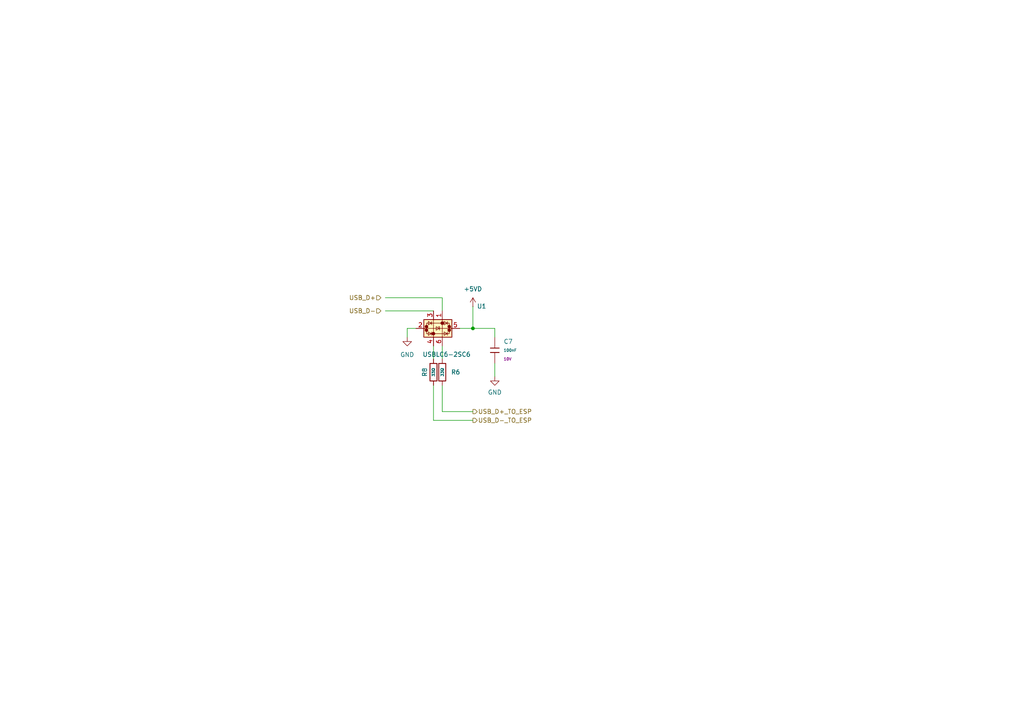
<source format=kicad_sch>
(kicad_sch (version 20250114) (generator "eeschema") (generator_version "9.0")
  (paper "A4")
  (lib_symbols
    (symbol "PCM_JLCPCB-Capacitors:0603,100nF" (pin_numbers (hide yes)) (pin_names (offset 0))
      (property "Reference" "C" (at 2.032 1.668 0))
      (property "Value" "100nF" (at 2.032 -0.3782 0))
      (property "Voltage Rated" "50V" (at 2.032 -2.0462 0))
      (symbol "0603,100nF_0_1"
        (polyline (pts (xy -1.27 0.635) (xy 1.27 0.635)) (stroke (width 0.254)))
        (polyline (pts (xy -1.27 -0.635) (xy 1.27 -0.635)) (stroke (width 0.254)))
      )
      (symbol "0603,100nF_1_1"
        (pin passive line (at 0 3.81 270) (length 3.175) (name "~") (number "1"))
        (pin passive line (at 0 -3.81 90) (length 3.175) (name "~") (number "2"))
      )
    )
    (symbol "PCM_JLCPCB-Resistors:0402,33Ω" (pin_numbers (hide yes)) (pin_names (offset 0))
      (property "Reference" "R" (at 1.778 0 0))
      (property "Value" "33Ω" (at 0 0 90))
      (symbol "0402,33Ω_0_1"
        (rectangle (start -1.016 2.54) (end 1.016 -2.54) (stroke (width 0.254)))
      )
      (symbol "0402,33Ω_1_1"
        (pin passive line (at 0 3.81 270) (length 1.27) (name "~") (number "1"))
        (pin passive line (at 0 -3.81 90) (length 1.27) (name "~") (number "2"))
      )
    )
    (symbol "Power_Protection:USBLC6-2SC6" (pin_names (hide yes))
      (property "Reference" "U" (at 0.635 5.715 0))
      (property "Value" "USBLC6-2SC6" (at 0.635 3.81 0))
      (symbol "USBLC6-2SC6_0_0"
        (circle (center -1.524 0) (radius 0.0001) (stroke (width 0.508)))
        (circle (center -0.508 2.032) (radius 0.0001) (stroke (width 0.508)))
        (circle (center -0.508 -4.572) (radius 0.0001) (stroke (width 0.508)))
        (circle (center 0.508 2.032) (radius 0.0001) (stroke (width 0.508)))
        (circle (center 0.508 -4.572) (radius 0.0001) (stroke (width 0.508)))
        (circle (center 1.524 -2.54) (radius 0.0001) (stroke (width 0.508)))
      )
      (symbol "USBLC6-2SC6_0_1"
        (polyline (pts (xy -2.54 0) (xy 2.54 0)))
        (polyline (pts (xy -2.54 -2.54) (xy 2.54 -2.54)))
        (polyline (pts (xy -2.032 0.508) (xy -1.016 0.508) (xy -1.524 1.524) (xy -2.032 0.508)))
        (polyline (pts (xy -2.032 -3.048) (xy -1.016 -3.048)))
        (polyline (pts (xy -1.016 1.524) (xy -2.032 1.524)))
        (polyline (pts (xy -1.016 -4.064) (xy -2.032 -4.064) (xy -1.524 -3.048) (xy -1.016 -4.064)))
        (polyline (pts (xy -0.508 -1.143) (xy -0.508 -0.762) (xy 0.508 -0.762)))
        (polyline (pts (xy 0 2.54) (xy -0.508 2.032) (xy 0.508 2.032) (xy 0 1.524) (xy 0 -4.064) (xy -0.508 -4.572) (xy 0.508 -4.572) (xy 0 -5.08)))
        (polyline (pts (xy 0.508 -1.778) (xy -0.508 -1.778) (xy 0 -0.762) (xy 0.508 -1.778)))
        (polyline (pts (xy 1.016 1.524) (xy 2.032 1.524)))
        (polyline (pts (xy 1.016 -3.048) (xy 2.032 -3.048)))
        (polyline (pts (xy 2.032 0.508) (xy 1.016 0.508) (xy 1.524 1.524) (xy 2.032 0.508)))
        (polyline (pts (xy 2.032 -4.064) (xy 1.016 -4.064) (xy 1.524 -3.048) (xy 2.032 -4.064)))
      )
      (symbol "USBLC6-2SC6_1_1"
        (rectangle (start -2.54 2.794) (end 2.54 -5.334) (stroke (width 0.254)) (fill (type background)))
        (polyline (pts (xy -0.508 2.032) (xy -1.524 2.032) (xy -1.524 -4.572) (xy -0.508 -4.572)))
        (polyline (pts (xy 0.508 -4.572) (xy 1.524 -4.572) (xy 1.524 2.032) (xy 0.508 2.032)))
        (pin passive line (at -5.08 0 0) (length 2.54) (name "I/O1") (number "1"))
        (pin passive line (at -5.08 -2.54 0) (length 2.54) (name "I/O2") (number "3"))
        (pin passive line (at 0 5.08 270) (length 2.54) (name "VBUS") (number "5"))
        (pin passive line (at 0 -7.62 90) (length 2.54) (name "GND") (number "2"))
        (pin passive line (at 5.08 0 180) (length 2.54) (name "I/O1") (number "6"))
        (pin passive line (at 5.08 -2.54 180) (length 2.54) (name "I/O2") (number "4"))
      )
    )
    (symbol "power:+5VD" (power) (pin_numbers (hide yes)) (pin_names (offset 0) (hide yes))
      (property "Value" "+5VD" (at 0 3.556 0))
      (symbol "+5VD_0_1"
        (polyline (pts (xy -0.762 1.27) (xy 0 2.54)))
        (polyline (pts (xy 0 2.54) (xy 0.762 1.27)))
        (polyline (pts (xy 0 0) (xy 0 2.54)))
      )
      (symbol "+5VD_1_1"
        (pin power_in line (at 0 0 90) (length 0) (name "~") (number "1"))
      )
    )
    (symbol "power:GND" (power) (pin_numbers (hide yes)) (pin_names (offset 0) (hide yes))
      (property "Value" "GND" (at 0 -3.81 0))
      (symbol "GND_0_1"
        (polyline (pts (xy 0 0) (xy 0 -1.27) (xy 1.27 -1.27) (xy 0 -2.54) (xy -1.27 -1.27) (xy 0 -1.27)))
      )
      (symbol "GND_1_1"
        (pin power_in line (at 0 0 270) (length 0) (name "~") (number "1"))
      )
    )
  )
  (junction (at 137.16 95.25))
  (wire (pts (xy 125.73 100.33) (xy 125.73 104.14)))
  (wire (pts (xy 143.51 105.41) (xy 143.51 109.22)))
  (wire (pts (xy 143.51 95.25) (xy 137.16 95.25)))
  (wire (pts (xy 111.76 86.36) (xy 128.27 86.36)))
  (wire (pts (xy 125.73 111.76) (xy 125.73 121.92)))
  (wire (pts (xy 133.35 95.25) (xy 137.16 95.25)))
  (wire (pts (xy 118.11 97.79) (xy 118.11 95.25)))
  (wire (pts (xy 143.51 95.25) (xy 143.51 97.79)))
  (wire (pts (xy 111.76 90.17) (xy 125.73 90.17)))
  (wire (pts (xy 137.16 119.38) (xy 128.27 119.38)))
  (wire (pts (xy 118.11 95.25) (xy 120.65 95.25)))
  (wire (pts (xy 128.27 90.17) (xy 128.27 86.36)))
  (wire (pts (xy 128.27 100.33) (xy 128.27 104.14)))
  (wire (pts (xy 128.27 111.76) (xy 128.27 119.38)))
  (wire (pts (xy 137.16 121.92) (xy 125.73 121.92)))
  (wire (pts (xy 137.16 88.9) (xy 137.16 95.25)))
  (hierarchical_label "USB_D+" (shape input) (at 110.49 86.36 180))
  (hierarchical_label "USB_D+_TO_ESP" (shape output) (at 137.16 119.38 0))
  (hierarchical_label "USB_D-_TO_ESP" (shape output) (at 137.16 121.92 0))
  (hierarchical_label "USB_D-" (shape input) (at 110.49 90.17 180))
  (symbol (lib_id "power:GND") (at 118.11 97.79 0) (unit 1)
    (property "Reference" "#PWR015" (effects (hide yes)))
    (property "Value" "GND" (at 118.11 102.87 0))
    (property "Description" "Power symbol creates a global label with name \"GND\" , ground" (effects (hide yes)))
  )
  (symbol (lib_id "power:GND") (at 143.51 109.22 0) (unit 1)
    (property "Reference" "#PWR016" (effects (hide yes)))
    (property "Value" "GND" (at 143.51 113.792 0))
    (property "Description" "Power symbol creates a global label with name \"GND\" , ground" (effects (hide yes)))
  )
  (symbol (lib_id "PCM_JLCPCB-Resistors:0402,33Ω") (at 128.27 107.95 0) (unit 1)
    (property "Reference" "R6" (at 130.81 107.9499 0) (effects (justify left)))
    (property "Value" "33Ω" (at 128.27 107.95 90) (effects (font (size 0.8 0.8))))
    (property "Footprint" "PCM_JLCPCB:R_0402" (effects (hide yes)))
    (property "Datasheet" "https://www.lcsc.com/datasheet/lcsc_datasheet_2205311900_UNI-ROYAL-Uniroyal-Elec-0402WGF330JTCE_C25105.pdf" (effects (hide yes)))
    (property "Description" "62.5mW Thick Film Resistors 50V ±100ppm/°C ±1% 33Ω 0402 Chip Resistor - Surface Mount ROHS" (effects (hide yes)))
    (property "LCSC" "C2122351" (effects (hide yes)))
    (property "Stock" "1542442" (effects (hide yes)))
    (property "Price" "0.004USD" (effects (hide yes)))
    (property "Process" "SMT" (effects (hide yes)))
    (property "Minimum Qty" "20" (effects (hide yes)))
    (property "Attrition Qty" "10" (effects (hide yes)))
    (property "Class" "Basic Component" (effects (hide yes)))
    (property "Category" "Resistors,Chip Resistor - Surface Mount" (effects (hide yes)))
    (property "Manufacturer" "UNI-ROYAL(Uniroyal Elec)" (effects (hide yes)))
    (property "Part" "0402WGF330JTCE" (effects (hide yes)))
    (property "Resistance" "33Ω" (effects (hide yes)))
    (property "Power(Watts)" "62.5mW" (effects (hide yes)))
    (property "Type" "Thick Film Resistors" (effects (hide yes)))
    (property "Overload Voltage (Max)" "50V" (effects (hide yes)))
    (property "Operating Temperature Range" "-55°C~+155°C" (effects (hide yes)))
    (property "Tolerance" "±1%" (effects (hide yes)))
    (property "Temperature Coefficient" "±100ppm/°C" (effects (hide yes)))
  )
  (symbol (lib_id "power:+5VD") (at 137.16 88.9 0) (unit 1)
    (property "Reference" "#PWR031" (effects (hide yes)))
    (property "Value" "+5VD" (at 137.16 83.82 0))
    (property "Description" "Power symbol creates a global label with name \"+5VD\"" (effects (hide yes)))
  )
  (symbol (lib_id "PCM_JLCPCB-Resistors:0402,33Ω") (at 125.73 107.95 180) (unit 1)
    (property "Reference" "R8" (at 123.19 107.95 90))
    (property "Value" "33Ω" (at 125.73 107.95 90) (effects (font (size 0.8 0.8))))
    (property "Footprint" "PCM_JLCPCB:R_0402" (effects (hide yes)))
    (property "Datasheet" "https://www.lcsc.com/datasheet/lcsc_datasheet_2205311900_UNI-ROYAL-Uniroyal-Elec-0402WGF330JTCE_C25105.pdf" (effects (hide yes)))
    (property "Description" "62.5mW Thick Film Resistors 50V ±100ppm/°C ±1% 33Ω 0402 Chip Resistor - Surface Mount ROHS" (effects (hide yes)))
    (property "LCSC" "C2122351" (effects (hide yes)))
    (property "Stock" "1542442" (effects (hide yes)))
    (property "Price" "0.004USD" (effects (hide yes)))
    (property "Process" "SMT" (effects (hide yes)))
    (property "Minimum Qty" "20" (effects (hide yes)))
    (property "Attrition Qty" "10" (effects (hide yes)))
    (property "Class" "Basic Component" (effects (hide yes)))
    (property "Category" "Resistors,Chip Resistor - Surface Mount" (effects (hide yes)))
    (property "Manufacturer" "UNI-ROYAL(Uniroyal Elec)" (effects (hide yes)))
    (property "Part" "0402WGF330JTCE" (effects (hide yes)))
    (property "Resistance" "33Ω" (effects (hide yes)))
    (property "Power(Watts)" "62.5mW" (effects (hide yes)))
    (property "Type" "Thick Film Resistors" (effects (hide yes)))
    (property "Overload Voltage (Max)" "50V" (effects (hide yes)))
    (property "Operating Temperature Range" "-55°C~+155°C" (effects (hide yes)))
    (property "Tolerance" "±1%" (effects (hide yes)))
    (property "Temperature Coefficient" "±100ppm/°C" (effects (hide yes)))
  )
  (symbol (lib_id "PCM_JLCPCB-Capacitors:0603,100nF") (at 143.51 101.6 0) (unit 1)
    (property "Reference" "C7" (at 146.05 99.0599 0) (effects (justify left)))
    (property "Value" "100nF" (at 146.05 101.6 0) (effects (font (size 0.8 0.8)) (justify left)))
    (property "Footprint" "PCM_JLCPCB:C_0603" (effects (hide yes)))
    (property "Datasheet" "https://www.lcsc.com/datasheet/lcsc_datasheet_2211101700_YAGEO-CC0603KRX7R9BB104_C14663.pdf" (effects (hide yes)))
    (property "Description" "50V 100nF X7R ±10% 0603 Multilayer Ceramic Capacitors MLCC - SMD/SMT ROHS" (effects (hide yes)))
    (property "LCSC" "C2175373" (effects (hide yes)))
    (property "Stock" "66445262" (effects (hide yes)))
    (property "Price" "0.006USD" (effects (hide yes)))
    (property "Process" "SMT" (effects (hide yes)))
    (property "Minimum Qty" "20" (effects (hide yes)))
    (property "Attrition Qty" "10" (effects (hide yes)))
    (property "Class" "Basic Component" (effects (hide yes)))
    (property "Category" "Capacitors,Multilayer Ceramic Capacitors MLCC - SMD/SMT" (effects (hide yes)))
    (property "Manufacturer" "YAGEO" (effects (hide yes)))
    (property "Part" "CC0603KRX7R9BB104" (effects (hide yes)))
    (property "Voltage Rated" "10V" (at 146.05 104.14 0) (effects (font (size 0.8 0.8)) (justify left)))
    (property "Tolerance" "±10%" (effects (hide yes)))
    (property "Capacitance" "100nF" (effects (hide yes)))
    (property "Temperature Coefficient" "X7R" (effects (hide yes)))
  )
  (symbol (lib_id "Power_Protection:USBLC6-2SC6") (at 128.27 95.25 270) (unit 1)
    (property "Reference" "U1" (at 139.7 88.8298 90))
    (property "Value" "USBLC6-2SC6" (at 129.54 102.7998 90))
    (property "Footprint" "Package_TO_SOT_SMD:SOT-23-6" (effects (hide yes)))
    (property "Datasheet" "https://www.st.com/resource/en/datasheet/usblc6-2.pdf" (effects (hide yes)))
    (property "Description" "Very low capacitance ESD protection diode, 2 data-line, SOT-23-6" (effects (hide yes)))
    (property "JLC_PART#" "C7519" (effects (hide yes)))
  )
)
</source>
